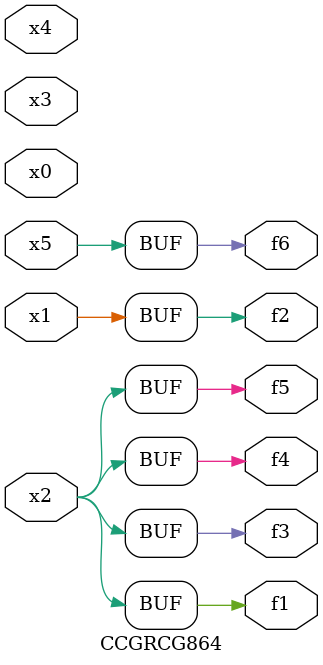
<source format=v>
module CCGRCG864(
	input x0, x1, x2, x3, x4, x5,
	output f1, f2, f3, f4, f5, f6
);
	assign f1 = x2;
	assign f2 = x1;
	assign f3 = x2;
	assign f4 = x2;
	assign f5 = x2;
	assign f6 = x5;
endmodule

</source>
